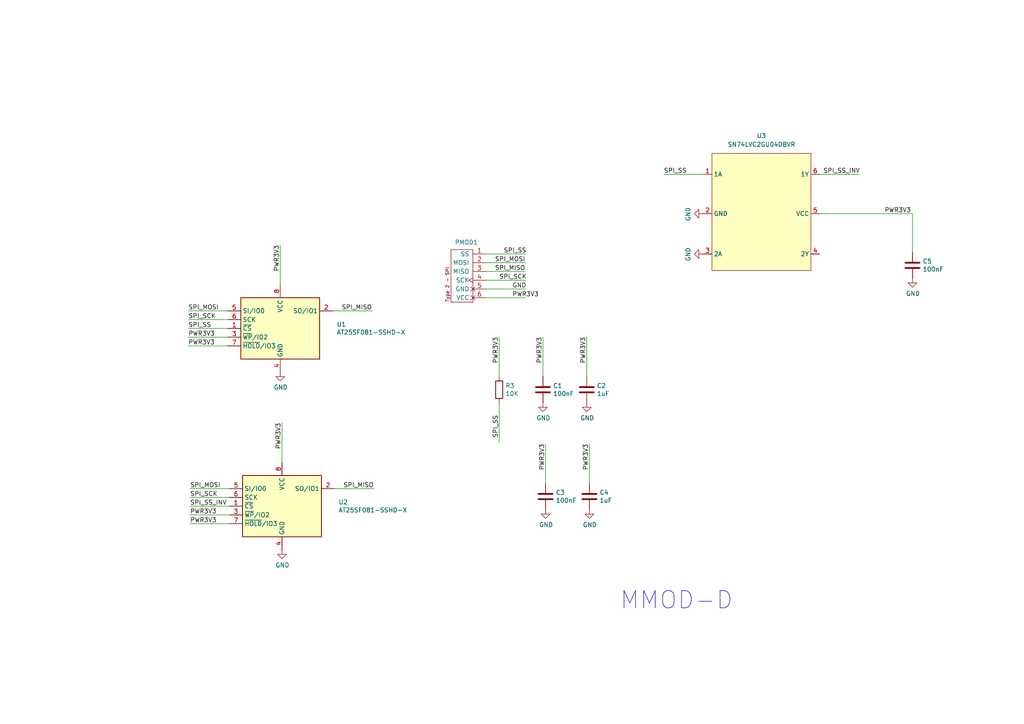
<source format=kicad_sch>
(kicad_sch (version 20211123) (generator eeschema)
  (paper "A4")
  (title_block (title "LD-MMOD-D-SOIC8") (date "2024-01-01") (rev "V0") (company "Copyright © 2024 Lone Dynamics Corporation"))
  (lib_symbols
    (symbol "Device:C" (pin_numbers hide) (pin_names (offset 0.254))
      (property "Reference" "C" (at 0.635 2.54 0))
      (property "Value" "C" (at 0.635 -2.54 0))
      (symbol "C_0_1"
        (polyline (pts (xy -2.032 -0.762) (xy 2.032 -0.762)) (stroke (width 0.508)))
        (polyline (pts (xy -2.032 0.762) (xy 2.032 0.762)) (stroke (width 0.508)))
      )
      (symbol "C_1_1"
        (pin passive line (at 0 3.81 270) (length 2.794) (name "~") (number "1"))
        (pin passive line (at 0 -3.81 90) (length 2.794) (name "~") (number "2"))
      )
    )
    (symbol "Device:R" (pin_numbers hide) (pin_names (offset 0))
      (property "Reference" "R" (at 2.032 0 90))
      (property "Value" "R" (at 0 0 90))
      (symbol "R_0_1"
        (rectangle (start -1.016 -2.54) (end 1.016 2.54) (stroke (width 0.254)))
      )
      (symbol "R_1_1"
        (pin passive line (at 0 3.81 270) (length 1.27) (name "~") (number "1"))
        (pin passive line (at 0 -3.81 90) (length 1.27) (name "~") (number "2"))
      )
    )
    (symbol "Memory_Flash:AT25SF081-SSHD-X"
      (property "Reference" "U" (at 2.54 12.7 0))
      (property "Value" "AT25SF081-SSHD-X" (at 10.16 10.16 0))
      (symbol "AT25SF081-SSHD-X_1_1"
        (rectangle (start -11.43 8.89) (end 11.43 -8.89) (stroke (width 0.254)) (fill (type background)))
        (pin input line (at -15.24 0 0) (length 3.81) (name "~{CS}") (number "1"))
        (pin bidirectional line (at 15.24 5.08 180) (length 3.81) (name "SO/IO1") (number "2"))
        (pin bidirectional line (at -15.24 -2.54 0) (length 3.81) (name "~{WP}/IO2") (number "3"))
        (pin power_in line (at 0 -12.7 90) (length 3.81) (name "GND") (number "4"))
        (pin bidirectional line (at -15.24 5.08 0) (length 3.81) (name "SI/IO0") (number "5"))
        (pin input line (at -15.24 2.54 0) (length 3.81) (name "SCK") (number "6"))
        (pin bidirectional line (at -15.24 -5.08 0) (length 3.81) (name "~{HOLD}/IO3") (number "7"))
        (pin power_in line (at 0 12.7 270) (length 3.81) (name "VCC") (number "8"))
      )
    )
    (symbol "ld-logic:SN74LVC2GU04DBVR"
      (property "Reference" "U" (at 0 0 0))
      (property "Value" "SN74LVC2GU04DBVR" (at 0 3.81 0))
      (symbol "SN74LVC2GU04DBVR_0_1"
        (rectangle (start -14.224 6.096) (end 14.478 -27.94) (fill (type background)))
      )
      (symbol "SN74LVC2GU04DBVR_1_1"
        (pin input line (at -16.764 0 0) (length 2.54) (name "1A") (number "1"))
        (pin power_out line (at -16.764 -11.43 0) (length 2.54) (name "GND") (number "2"))
        (pin input line (at -16.764 -23.114 0) (length 2.54) (name "2A") (number "3"))
        (pin output line (at 17.018 -23.114 180) (length 2.54) (name "2Y") (number "4"))
        (pin power_in line (at 17.018 -11.43 180) (length 2.54) (name "VCC") (number "5"))
        (pin output line (at 17.018 0 180) (length 2.54) (name "1Y") (number "6"))
      )
    )
    (symbol "pmod:PMOD-Device-x1-Type-2-SPI" (pin_names (offset 1.016))
      (property "Reference" "PMOD" (at -3.302 -1.27 0))
      (symbol "PMOD-Device-x1-Type-2-SPI_0_0"
        (text "Type 2 - SPI" (at -7.366 0 900) (effects (font (size 0.9906 0.9906)) (justify left)))
      )
      (symbol "PMOD-Device-x1-Type-2-SPI_0_1"
        (rectangle (start 0 15.24) (end -6.35 0))
      )
      (symbol "PMOD-Device-x1-Type-2-SPI_1_1"
        (pin output line (at 3.81 13.97 180) (length 3.81) (name "SS") (number "1"))
        (pin output line (at 3.81 11.43 180) (length 3.81) (name "MOSI") (number "2"))
        (pin input line (at 3.81 8.89 180) (length 3.81) (name "MISO") (number "3"))
        (pin output clock (at 3.81 6.35 180) (length 3.81) (name "SCK") (number "4"))
        (pin power_out non_logic (at 3.81 3.81 180) (length 3.81) (name "GND") (number "5"))
        (pin power_out non_logic (at 3.81 1.27 180) (length 3.81) (name "VCC") (number "6"))
      )
    )
    (symbol "power:GND" (power) (pin_names (offset 0))
      (property "Value" "GND" (at 0 -3.81 0))
      (symbol "GND_0_1"
        (polyline (pts (xy 0 0) (xy 0 -1.27) (xy 1.27 -1.27) (xy 0 -2.54) (xy -1.27 -1.27) (xy 0 -1.27)))
      )
      (symbol "GND_1_1"
        (pin power_in line (at 0 0 270) (length 0) hide (name "GND") (number "1"))
      )
    )
  )
  (wire (pts (xy 107.95 90.17) (xy 96.52 90.17)))
  (wire (pts (xy 108.458 141.732) (xy 97.028 141.732)))
  (wire (pts (xy 237.744 61.976) (xy 264.668 61.976)))
  (wire (pts (xy 66.548 141.732) (xy 55.118 141.732)))
  (wire (pts (xy 81.788 134.112) (xy 81.788 122.682)))
  (wire (pts (xy 66.04 100.33) (xy 54.61 100.33)))
  (wire (pts (xy 66.04 92.71) (xy 54.61 92.71)))
  (wire (pts (xy 249.174 50.546) (xy 237.744 50.546)))
  (wire (pts (xy 158.242 140.208) (xy 158.242 128.778)))
  (wire (pts (xy 152.4 76.2) (xy 140.97 76.2)))
  (wire (pts (xy 66.04 90.17) (xy 54.61 90.17)))
  (wire (pts (xy 66.548 149.352) (xy 55.118 149.352)))
  (wire (pts (xy 66.04 97.79) (xy 54.61 97.79)))
  (wire (pts (xy 152.4 81.28) (xy 140.97 81.28)))
  (wire (pts (xy 170.942 140.208) (xy 170.942 128.778)))
  (wire (pts (xy 66.04 95.25) (xy 54.61 95.25)))
  (wire (pts (xy 66.548 146.812) (xy 55.118 146.812)))
  (wire (pts (xy 152.4 86.36) (xy 140.97 86.36)))
  (wire (pts (xy 157.48 109.22) (xy 157.48 97.79)))
  (wire (pts (xy 152.4 78.74) (xy 140.97 78.74)))
  (wire (pts (xy 170.18 109.22) (xy 170.18 97.79)))
  (wire (pts (xy 66.548 144.272) (xy 55.118 144.272)))
  (wire (pts (xy 264.668 61.976) (xy 264.668 73.152)))
  (wire (pts (xy 144.78 109.22) (xy 144.78 97.79)))
  (wire (pts (xy 203.962 50.546) (xy 192.532 50.546)))
  (wire (pts (xy 152.4 83.82) (xy 140.97 83.82)))
  (wire (pts (xy 144.78 128.27) (xy 144.78 116.84)))
  (wire (pts (xy 66.548 151.892) (xy 55.118 151.892)))
  (wire (pts (xy 152.4 73.66) (xy 140.97 73.66)))
  (wire (pts (xy 81.28 82.55) (xy 81.28 71.12)))
  (text "MMOD-D" (at 179.705 177.165 0) (effects (font (size 5 5)) (justify left bottom)))
  (label "SPI_SS" (at 54.61 95.25 0))
  (label "SPI_MOSI" (at 143.51 76.2 0))
  (label "PWR3V3" (at 54.61 100.33 0))
  (label "SPI_MOSI" (at 55.118 141.732 0))
  (label "PWR3V3" (at 54.61 97.79 0))
  (label "SPI_SCK" (at 144.78 81.28 0))
  (label "PWR3V3" (at 157.48 105.41 90))
  (label "SPI_MISO" (at 99.568 141.732 0))
  (label "PWR3V3" (at 256.54 61.976 0))
  (label "PWR3V3" (at 55.118 151.892 0))
  (label "SPI_SS" (at 192.532 50.546 0))
  (label "SPI_MOSI" (at 54.61 90.17 0))
  (label "PWR3V3" (at 170.942 136.398 90))
  (label "PWR3V3" (at 158.242 136.398 90))
  (label "SPI_SS_INV" (at 238.76 50.546 0))
  (label "SPI_SCK" (at 55.118 144.272 0))
  (label "SPI_SS" (at 146.05 73.66 0))
  (label "PWR3V3" (at 144.78 105.41 90))
  (label "PWR3V3" (at 81.28 78.74 90))
  (label "SPI_MISO" (at 99.06 90.17 0))
  (label "PWR3V3" (at 81.788 130.302 90))
  (label "SPI_MISO" (at 143.51 78.74 0))
  (label "SPI_SS" (at 144.78 127 90))
  (label "PWR3V3" (at 170.18 105.41 90))
  (label "SPI_SS_INV" (at 55.118 146.812 0))
  (label "SPI_SCK" (at 54.61 92.71 0))
  (label "GND" (at 148.59 83.82 0))
  (label "PWR3V3" (at 148.59 86.36 0))
  (label "PWR3V3" (at 55.118 149.352 0))
  (symbol (lib_id "Memory_Flash:AT25SF081-SSHD-X") (at 81.28 95.25 0) (unit 1)
    (property "Reference" "U1" (at 97.6376 94.0816 0) (effects (justify left)))
    (property "Value" "AT25SF081-SSHD-X" (at 97.6376 96.393 0) (effects (justify left)))
    (property "Footprint" "Package_SO:SOIC-8_3.9x4.9mm_P1.27mm" (effects hide))
    (property "Datasheet" "https://www.adestotech.com/wp-content/uploads/DS-AT25SF081_045.pdf" (effects hide))
  )
  (symbol (lib_id "pmod:PMOD-Device-x1-Type-2-SPI") (at 137.16 87.63 0) (unit 1)
    (property "Reference" "PMOD1" (at 135.255 70.2818 0))
    (property "Value" "PMOD-Device-x1-Type-2-SPI" (effects hide))
    (property "Footprint" "Connector_PinHeader_2.54mm:PinHeader_1x06_P2.54mm_Horizontal" (effects hide))
  )
  (symbol (lib_id "Device:R") (at 144.78 113.03 0) (unit 1)
    (property "Reference" "R3" (at 146.558 111.8616 0) (effects (justify left)))
    (property "Value" "10K" (at 146.558 114.173 0) (effects (justify left)))
    (property "Footprint" "Resistor_SMD:R_0402_1005Metric" (effects hide))
  )
  (symbol (lib_id "Device:C") (at 157.48 113.03 0) (unit 1)
    (property "Reference" "C1" (at 160.401 111.8616 0) (effects (justify left)))
    (property "Value" "100nF" (at 160.401 114.173 0) (effects (justify left)))
    (property "Footprint" "Capacitor_SMD:C_0402_1005Metric" (effects hide))
  )
  (symbol (lib_id "power:GND") (at 157.48 116.84 0) (unit 1)
    (property "Reference" "#PWR0101" (effects hide))
    (property "Value" "GND" (at 157.607 121.2342 0))
  )
  (symbol (lib_id "power:GND") (at 81.28 107.95 0) (unit 1)
    (property "Reference" "#PWR0102" (effects hide))
    (property "Value" "GND" (at 81.407 112.3442 0))
  )
  (symbol (lib_id "Device:C") (at 170.18 113.03 0) (unit 1)
    (property "Reference" "C2" (at 173.101 111.8616 0) (effects (justify left)))
    (property "Value" "1uF" (at 173.101 114.173 0) (effects (justify left)))
    (property "Footprint" "Capacitor_SMD:C_0402_1005Metric" (effects hide))
  )
  (symbol (lib_id "power:GND") (at 170.18 116.84 0) (unit 1)
    (property "Reference" "#PWR0103" (effects hide))
    (property "Value" "GND" (at 170.307 121.2342 0))
  )
  (symbol (lib_id "Device:C") (at 264.668 76.962 0) (unit 1)
    (property "Reference" "C5" (at 267.589 75.7936 0) (effects (justify left)))
    (property "Value" "100nF" (at 267.589 78.105 0) (effects (justify left)))
    (property "Footprint" "Capacitor_SMD:C_0402_1005Metric_Pad0.74x0.62mm_HandSolder" (effects hide))
  )
  (symbol (lib_id "power:GND") (at 81.788 159.512 0) (unit 1)
    (property "Reference" "#PWR0104" (effects hide))
    (property "Value" "GND" (at 81.915 163.9062 0))
  )
  (symbol (lib_id "Device:C") (at 158.242 144.018 0) (unit 1)
    (property "Reference" "C3" (at 161.163 142.8496 0) (effects (justify left)))
    (property "Value" "100nF" (at 161.163 145.161 0) (effects (justify left)))
    (property "Footprint" "Capacitor_SMD:C_0402_1005Metric" (effects hide))
  )
  (symbol (lib_id "power:GND") (at 203.962 73.66 270) (unit 1)
    (property "Reference" "#PWR0107" (effects hide))
    (property "Value" "GND" (at 199.5678 73.787 0))
  )
  (symbol (lib_id "Device:C") (at 170.942 144.018 0) (unit 1)
    (property "Reference" "C4" (at 173.863 142.8496 0) (effects (justify left)))
    (property "Value" "1uF" (at 173.863 145.161 0) (effects (justify left)))
    (property "Footprint" "Capacitor_SMD:C_0402_1005Metric" (effects hide))
  )
  (symbol (lib_id "power:GND") (at 264.668 80.772 0) (unit 1)
    (property "Reference" "#PWR0105" (effects hide))
    (property "Value" "GND" (at 264.795 85.1662 0))
  )
  (symbol (lib_id "power:GND") (at 158.242 147.828 0) (unit 1)
    (property "Reference" "#PWR0108" (effects hide))
    (property "Value" "GND" (at 158.369 152.2222 0))
  )
  (symbol (lib_id "power:GND") (at 203.962 61.976 270) (unit 1)
    (property "Reference" "#PWR0106" (effects hide))
    (property "Value" "GND" (at 199.5678 62.103 0))
  )
  (symbol (lib_id "ld-logic:SN74LVC2GU04DBVR") (at 220.726 50.546 0) (unit 1)
    (property "Reference" "U3" (at 220.853 39.37 0))
    (property "Value" "SN74LVC2GU04DBVR" (at 220.853 41.91 0))
    (property "Footprint" "Package_TO_SOT_SMD:SOT-23-6_Handsoldering" (effects hide))
  )
  (symbol (lib_id "Memory_Flash:AT25SF081-SSHD-X") (at 81.788 146.812 0) (unit 1)
    (property "Reference" "U2" (at 98.1456 145.6436 0) (effects (justify left)))
    (property "Value" "AT25SF081-SSHD-X" (at 98.1456 147.955 0) (effects (justify left)))
    (property "Footprint" "Package_SO:SOIC-8_3.9x4.9mm_P1.27mm" (effects hide))
    (property "Datasheet" "https://www.adestotech.com/wp-content/uploads/DS-AT25SF081_045.pdf" (effects hide))
  )
  (symbol (lib_id "power:GND") (at 170.942 147.828 0) (unit 1)
    (property "Reference" "#PWR0109" (effects hide))
    (property "Value" "GND" (at 171.069 152.2222 0))
  )
)
</source>
